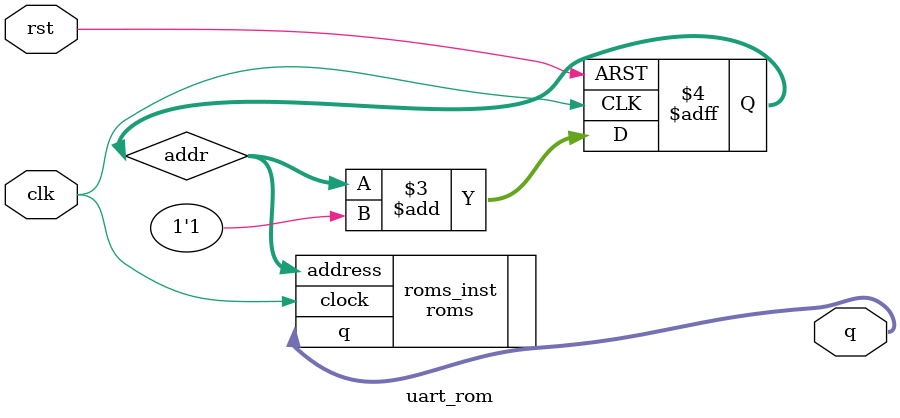
<source format=v>
module uart_rom(
	clk,
	rst,
	q
);

input clk;
input rst;

output [7:0]q;

reg [7:0]addr;
always@(posedge clk or negedge rst)
	if(!rst)
		addr <= 8'd0;
	else
		addr <= addr + 1'd1;
		
roms	roms_inst (
	.address ( addr ),
	.clock ( clk ),
	.q ( q )
	);

endmodule

</source>
